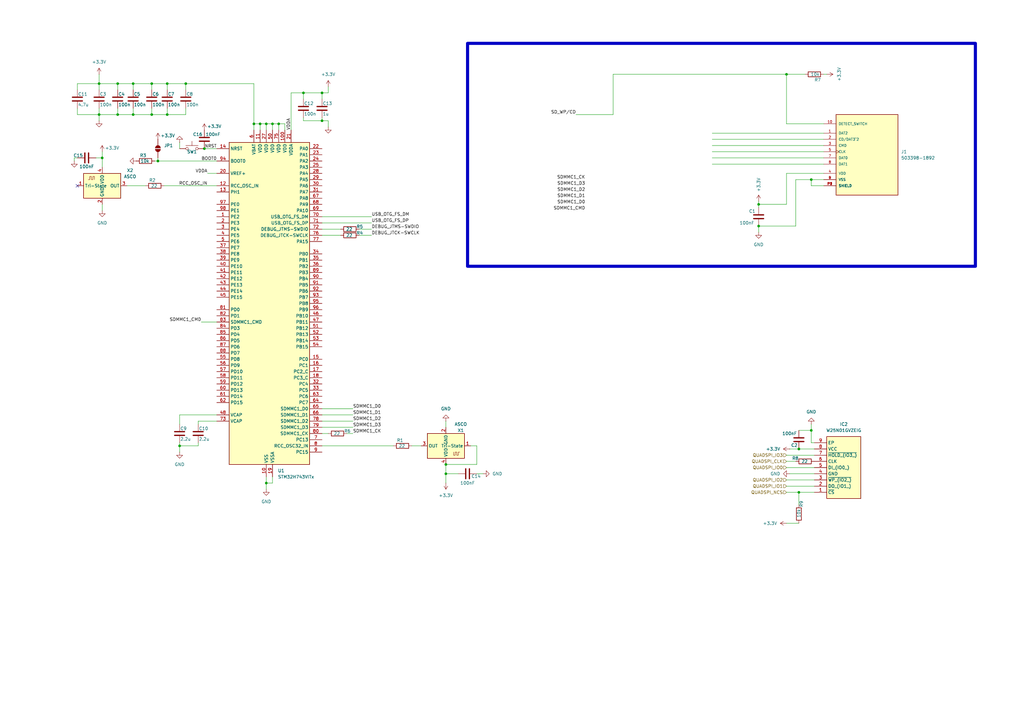
<source format=kicad_sch>
(kicad_sch (version 20231120) (generator "eeschema") (generator_version "8.0")
  (paper "A3")
  (lib_symbols
    (symbol "503398-1892:503398-1892" (pin_names (offset 1.016))
      (property "Reference" "J1" (at 13.97 0.0001 0))
      (property "Value" "503398-1892" (at 13.97 -2.5399 0))
      (symbol "503398-1892_0_0"
        (rectangle (start -12.7 15.24) (end 12.7 -17.78) (stroke (width 0.254)) (fill (type background)))
        (pin passive line (at -17.78 7.62 0) (length 5.08) (name "DAT2") (number "1"))
        (pin passive line (at -17.78 11.43 0) (length 5.08) (name "DETECT_SWITCH") (number "10"))
        (pin passive line (at -17.78 5.08 0) (length 5.08) (name "CD/DAT3^2") (number "2"))
        (pin passive line (at -17.78 2.54 0) (length 5.08) (name "CMD") (number "3"))
        (pin power_in line (at -17.78 -8.89 0) (length 5.08) (name "VDD") (number "4"))
        (pin passive clock (at -17.78 0 0) (length 5.08) (name "CLK") (number "5"))
        (pin power_in line (at -17.78 -11.43 0) (length 5.08) (name "VSS") (number "6"))
        (pin passive line (at -17.78 -2.54 0) (length 5.08) (name "DAT0") (number "7"))
        (pin passive line (at -17.78 -5.08 0) (length 5.08) (name "DAT1") (number "8"))
        (pin power_in line (at -17.78 -11.43 0) (length 5.08) (name "VSS") (number "9"))
        (pin passive line (at -17.78 -13.97 0) (length 5.08) (name "SHIELD") (number "P1"))
        (pin passive line (at -17.78 -13.97 0) (length 5.08) (name "SHIELD") (number "P2"))
        (pin passive line (at -17.78 -13.97 0) (length 5.08) (name "SHIELD") (number "P3"))
        (pin passive line (at -17.78 -13.97 0) (length 5.08) (name "SHIELD") (number "P4"))
      )
    )
    (symbol "Device:C" (pin_numbers hide) (pin_names (offset 0.254))
      (property "Reference" "C" (at 0.635 2.54 0))
      (property "Value" "C" (at 0.635 -2.54 0))
      (symbol "C_0_1"
        (polyline (pts (xy -2.032 -0.762) (xy 2.032 -0.762)) (stroke (width 0.508)))
        (polyline (pts (xy -2.032 0.762) (xy 2.032 0.762)) (stroke (width 0.508)))
      )
      (symbol "C_1_1"
        (pin passive line (at 0 3.81 270) (length 2.794) (name "~") (number "1"))
        (pin passive line (at 0 -3.81 90) (length 2.794) (name "~") (number "2"))
      )
    )
    (symbol "Device:R" (pin_numbers hide) (pin_names (offset 0))
      (property "Reference" "R" (at 2.032 0 90))
      (property "Value" "R" (at 0 0 90))
      (symbol "R_0_1"
        (rectangle (start -1.016 -2.54) (end 1.016 2.54) (stroke (width 0.254)))
      )
      (symbol "R_1_1"
        (pin passive line (at 0 3.81 270) (length 1.27) (name "~") (number "1"))
        (pin passive line (at 0 -3.81 90) (length 1.27) (name "~") (number "2"))
      )
    )
    (symbol "Jumper:SolderJumper_2_Open" (pin_numbers hide) (pin_names (offset 0) hide) (exclude_from_sim yes) (in_bom no)
      (property "Reference" "JP" (at 0 2.032 0))
      (property "Value" "SolderJumper_2_Open" (at 0 -2.54 0))
      (symbol "SolderJumper_2_Open_0_1"
        (arc (start -0.254 1.016) (mid -1.2656 0) (end -0.254 -1.016))
        (arc (start -0.254 1.016) (mid -1.2656 0) (end -0.254 -1.016) (fill (type outline)))
        (polyline (pts (xy -0.254 1.016) (xy -0.254 -1.016)))
        (polyline (pts (xy 0.254 1.016) (xy 0.254 -1.016)))
        (arc (start 0.254 -1.016) (mid 1.2656 0) (end 0.254 1.016))
        (arc (start 0.254 -1.016) (mid 1.2656 0) (end 0.254 1.016) (fill (type outline)))
      )
      (symbol "SolderJumper_2_Open_1_1"
        (pin passive line (at -3.81 0 0) (length 2.54) (name "A") (number "1"))
        (pin passive line (at 3.81 0 180) (length 2.54) (name "B") (number "2"))
      )
    )
    (symbol "MCU_ST_STM32H7:STM32H743VITx"
      (property "Reference" "U" (at -15.24 67.31 0))
      (property "Value" "STM32H743VITx" (at 12.7 67.31 0))
      (symbol "STM32H743VITx_0_1"
        (rectangle (start -15.24 -66.04) (end 17.78 66.04) (stroke (width 0.254)) (fill (type background)))
      )
      (symbol "STM32H743VITx_1_1"
        (pin bidirectional line (at -20.32 35.56 0) (length 5.08) (name "PE2") (number "1"))
        (pin power_in line (at 0 -71.12 90) (length 5.08) (name "VSS") (number "10"))
        (pin power_in line (at 7.62 71.12 270) (length 5.08) (name "VDD") (number "100"))
        (pin power_in line (at -2.54 71.12 270) (length 5.08) (name "VDD") (number "11"))
        (pin bidirectional line (at -20.32 48.26 0) (length 5.08) (name "PH0") (number "12") (alternate "RCC_OSC_IN" bidirectional line))
        (pin bidirectional line (at -20.32 45.72 0) (length 5.08) (name "PH1") (number "13"))
        (pin input line (at -20.32 63.5 0) (length 5.08) (name "NRST") (number "14"))
        (pin bidirectional line (at 22.86 -22.86 180) (length 5.08) (name "PC0") (number "15"))
        (pin bidirectional line (at 22.86 -25.4 180) (length 5.08) (name "PC1") (number "16"))
        (pin bidirectional line (at 22.86 -27.94 180) (length 5.08) (name "PC2_C") (number "17"))
        (pin bidirectional line (at 22.86 -30.48 180) (length 5.08) (name "PC3_C") (number "18"))
        (pin power_in line (at 2.54 -71.12 90) (length 5.08) (name "VSSA") (number "19"))
        (pin bidirectional line (at -20.32 33.02 0) (length 5.08) (name "PE3") (number "2"))
        (pin input line (at -20.32 53.34 0) (length 5.08) (name "VREF+") (number "20"))
        (pin power_in line (at 10.16 71.12 270) (length 5.08) (name "VDDA") (number "21"))
        (pin bidirectional line (at 22.86 63.5 180) (length 5.08) (name "PA0") (number "22"))
        (pin bidirectional line (at 22.86 60.96 180) (length 5.08) (name "PA1") (number "23"))
        (pin bidirectional line (at 22.86 58.42 180) (length 5.08) (name "PA2") (number "24"))
        (pin bidirectional line (at 22.86 55.88 180) (length 5.08) (name "PA3") (number "25"))
        (pin passive line (at 0 -71.12 90) (length 5.08) hide (name "VSS") (number "26"))
        (pin power_in line (at 0 71.12 270) (length 5.08) (name "VDD") (number "27"))
        (pin bidirectional line (at 22.86 53.34 180) (length 5.08) (name "PA4") (number "28"))
        (pin bidirectional line (at 22.86 50.8 180) (length 5.08) (name "PA5") (number "29"))
        (pin bidirectional line (at -20.32 30.48 0) (length 5.08) (name "PE4") (number "3"))
        (pin bidirectional line (at 22.86 48.26 180) (length 5.08) (name "PA6") (number "30"))
        (pin bidirectional line (at 22.86 45.72 180) (length 5.08) (name "PA7") (number "31"))
        (pin bidirectional line (at 22.86 -33.02 180) (length 5.08) (name "PC4") (number "32"))
        (pin bidirectional line (at 22.86 -35.56 180) (length 5.08) (name "PC5") (number "33"))
        (pin bidirectional line (at 22.86 20.32 180) (length 5.08) (name "PB0") (number "34"))
        (pin bidirectional line (at 22.86 17.78 180) (length 5.08) (name "PB1") (number "35"))
        (pin bidirectional line (at 22.86 15.24 180) (length 5.08) (name "PB2") (number "36"))
        (pin bidirectional line (at -20.32 22.86 0) (length 5.08) (name "PE7") (number "37"))
        (pin bidirectional line (at -20.32 20.32 0) (length 5.08) (name "PE8") (number "38"))
        (pin bidirectional line (at -20.32 17.78 0) (length 5.08) (name "PE9") (number "39"))
        (pin bidirectional line (at -20.32 27.94 0) (length 5.08) (name "PE5") (number "4"))
        (pin bidirectional line (at -20.32 15.24 0) (length 5.08) (name "PE10") (number "40"))
        (pin bidirectional line (at -20.32 12.7 0) (length 5.08) (name "PE11") (number "41"))
        (pin bidirectional line (at -20.32 10.16 0) (length 5.08) (name "PE12") (number "42"))
        (pin bidirectional line (at -20.32 7.62 0) (length 5.08) (name "PE13") (number "43"))
        (pin bidirectional line (at -20.32 5.08 0) (length 5.08) (name "PE14") (number "44"))
        (pin bidirectional line (at -20.32 2.54 0) (length 5.08) (name "PE15") (number "45"))
        (pin bidirectional line (at 22.86 -5.08 180) (length 5.08) (name "PB10") (number "46"))
        (pin bidirectional line (at 22.86 -7.62 180) (length 5.08) (name "PB11") (number "47"))
        (pin power_out line (at -20.32 -45.72 0) (length 5.08) (name "VCAP") (number "48"))
        (pin passive line (at 0 -71.12 90) (length 5.08) hide (name "VSS") (number "49"))
        (pin bidirectional line (at -20.32 25.4 0) (length 5.08) (name "PE6") (number "5"))
        (pin power_in line (at 2.54 71.12 270) (length 5.08) (name "VDD") (number "50"))
        (pin bidirectional line (at 22.86 -10.16 180) (length 5.08) (name "PB12") (number "51"))
        (pin bidirectional line (at 22.86 -12.7 180) (length 5.08) (name "PB13") (number "52"))
        (pin bidirectional line (at 22.86 -15.24 180) (length 5.08) (name "PB14") (number "53"))
        (pin bidirectional line (at 22.86 -17.78 180) (length 5.08) (name "PB15") (number "54"))
        (pin bidirectional line (at -20.32 -22.86 0) (length 5.08) (name "PD8") (number "55"))
        (pin bidirectional line (at -20.32 -25.4 0) (length 5.08) (name "PD9") (number "56"))
        (pin bidirectional line (at -20.32 -27.94 0) (length 5.08) (name "PD10") (number "57"))
        (pin bidirectional line (at -20.32 -30.48 0) (length 5.08) (name "PD11") (number "58"))
        (pin bidirectional line (at -20.32 -33.02 0) (length 5.08) (name "PD12") (number "59"))
        (pin power_in line (at -5.08 71.12 270) (length 5.08) (name "VBAT") (number "6"))
        (pin bidirectional line (at -20.32 -35.56 0) (length 5.08) (name "PD13") (number "60"))
        (pin bidirectional line (at -20.32 -38.1 0) (length 5.08) (name "PD14") (number "61"))
        (pin bidirectional line (at -20.32 -40.64 0) (length 5.08) (name "PD15") (number "62"))
        (pin bidirectional line (at 22.86 -38.1 180) (length 5.08) (name "PC6") (number "63"))
        (pin bidirectional line (at 22.86 -40.64 180) (length 5.08) (name "PC7") (number "64"))
        (pin bidirectional line (at 22.86 -43.18 180) (length 5.08) (name "PC8") (number "65") (alternate "SDMMC1_D0" bidirectional line))
        (pin bidirectional line (at 22.86 -45.72 180) (length 5.08) (name "PC9") (number "66") (alternate "SDMMC1_D1" bidirectional line))
        (pin bidirectional line (at 22.86 43.18 180) (length 5.08) (name "PA8") (number "67"))
        (pin bidirectional line (at 22.86 40.64 180) (length 5.08) (name "PA9") (number "68"))
        (pin bidirectional line (at 22.86 38.1 180) (length 5.08) (name "PA10") (number "69"))
        (pin bidirectional line (at 22.86 -55.88 180) (length 5.08) (name "PC13") (number "7"))
        (pin bidirectional line (at 22.86 35.56 180) (length 5.08) (name "PA11") (number "70") (alternate "USB_OTG_FS_DM" bidirectional line))
        (pin bidirectional line (at 22.86 33.02 180) (length 5.08) (name "PA12") (number "71") (alternate "USB_OTG_FS_DP" bidirectional line))
        (pin bidirectional line (at 22.86 30.48 180) (length 5.08) (name "PA13") (number "72") (alternate "DEBUG_JTMS-SWDIO" bidirectional line))
        (pin power_out line (at -20.32 -48.26 0) (length 5.08) (name "VCAP") (number "73"))
        (pin passive line (at 0 -71.12 90) (length 5.08) hide (name "VSS") (number "74"))
        (pin power_in line (at 5.08 71.12 270) (length 5.08) (name "VDD") (number "75"))
        (pin bidirectional line (at 22.86 27.94 180) (length 5.08) (name "PA14") (number "76") (alternate "DEBUG_JTCK-SWCLK" bidirectional line))
        (pin bidirectional line (at 22.86 25.4 180) (length 5.08) (name "PA15") (number "77"))
        (pin bidirectional line (at 22.86 -48.26 180) (length 5.08) (name "PC10") (number "78") (alternate "SDMMC1_D2" bidirectional line))
        (pin bidirectional line (at 22.86 -50.8 180) (length 5.08) (name "PC11") (number "79") (alternate "SDMMC1_D3" bidirectional line))
        (pin bidirectional line (at 22.86 -58.42 180) (length 5.08) (name "PC14") (number "8") (alternate "RCC_OSC32_IN" bidirectional line))
        (pin bidirectional line (at 22.86 -53.34 180) (length 5.08) (name "PC12") (number "80") (alternate "SDMMC1_CK" bidirectional line))
        (pin bidirectional line (at -20.32 -2.54 0) (length 5.08) (name "PD0") (number "81"))
        (pin bidirectional line (at -20.32 -5.08 0) (length 5.08) (name "PD1") (number "82"))
        (pin bidirectional line (at -20.32 -7.62 0) (length 5.08) (name "PD2") (number "83") (alternate "SDMMC1_CMD" bidirectional line))
        (pin bidirectional line (at -20.32 -10.16 0) (length 5.08) (name "PD3") (number "84"))
        (pin bidirectional line (at -20.32 -12.7 0) (length 5.08) (name "PD4") (number "85"))
        (pin bidirectional line (at -20.32 -15.24 0) (length 5.08) (name "PD5") (number "86"))
        (pin bidirectional line (at -20.32 -17.78 0) (length 5.08) (name "PD6") (number "87"))
        (pin bidirectional line (at -20.32 -20.32 0) (length 5.08) (name "PD7") (number "88"))
        (pin bidirectional line (at 22.86 12.7 180) (length 5.08) (name "PB3") (number "89"))
        (pin bidirectional line (at 22.86 -60.96 180) (length 5.08) (name "PC15") (number "9"))
        (pin bidirectional line (at 22.86 10.16 180) (length 5.08) (name "PB4") (number "90"))
        (pin bidirectional line (at 22.86 7.62 180) (length 5.08) (name "PB5") (number "91"))
        (pin bidirectional line (at 22.86 5.08 180) (length 5.08) (name "PB6") (number "92"))
        (pin bidirectional line (at 22.86 2.54 180) (length 5.08) (name "PB7") (number "93"))
        (pin input line (at -20.32 58.42 0) (length 5.08) (name "BOOT0") (number "94"))
        (pin bidirectional line (at 22.86 0 180) (length 5.08) (name "PB8") (number "95"))
        (pin bidirectional line (at 22.86 -2.54 180) (length 5.08) (name "PB9") (number "96"))
        (pin bidirectional line (at -20.32 40.64 0) (length 5.08) (name "PE0") (number "97"))
        (pin bidirectional line (at -20.32 38.1 0) (length 5.08) (name "PE1") (number "98"))
        (pin passive line (at 0 -71.12 90) (length 5.08) hide (name "VSS") (number "99"))
      )
    )
    (symbol "Oscillator:ASCO"
      (property "Reference" "X" (at -7.62 6.35 0))
      (property "Value" "ASCO" (at 1.27 -6.35 0))
      (symbol "ASCO_0_1"
        (rectangle (start -7.62 5.08) (end 7.62 -5.08) (stroke (width 0.254)) (fill (type background)))
        (polyline (pts (xy -5.715 2.54) (xy -5.08 2.54) (xy -5.08 3.81) (xy -4.445 3.81) (xy -4.445 2.54) (xy -3.81 2.54) (xy -3.81 3.81) (xy -3.175 3.81) (xy -3.175 2.54)))
      )
      (symbol "ASCO_1_1"
        (pin input line (at -10.16 0 0) (length 2.54) (name "Tri-State") (number "1"))
        (pin power_in line (at 0 -7.62 90) (length 2.54) (name "GND") (number "2"))
        (pin output line (at 10.16 0 180) (length 2.54) (name "OUT") (number "3"))
        (pin power_in line (at 0 7.62 270) (length 2.54) (name "VDD") (number "4"))
      )
    )
    (symbol "Switch:SW_Omron_B3FS" (pin_numbers hide) (pin_names (offset 1.016) hide)
      (property "Reference" "SW" (at 1.27 2.54 0))
      (property "Value" "SW_Omron_B3FS" (at 0 -1.524 0))
      (symbol "SW_Omron_B3FS_0_1"
        (circle (center -2.032 0) (radius 0.508))
        (polyline (pts (xy 0 1.27) (xy 0 3.048)))
        (polyline (pts (xy 2.54 1.27) (xy -2.54 1.27)))
        (circle (center 2.032 0) (radius 0.508))
        (pin passive line (at -5.08 0 0) (length 2.54) (name "1") (number "1"))
        (pin passive line (at 5.08 0 180) (length 2.54) (name "2") (number "2"))
      )
    )
    (symbol "W25N01GVZEIG:W25N01GVZEIG"
      (property "Reference" "IC2" (at 12.446 7.366 0))
      (property "Value" "W25N01GVZEIG" (at 12.446 4.826 0))
      (symbol "W25N01GVZEIG_1_1"
        (rectangle (start 5.08 2.54) (end 19.05 -22.86) (stroke (width 0.254)) (fill (type background)))
        (pin passive line (at 0 0 0) (length 5.08) (name "~{CS}") (number "1"))
        (pin passive line (at 0 -2.54 0) (length 5.08) (name "DO_(IO1_)") (number "2"))
        (pin passive line (at 0 -5.08 0) (length 5.08) (name "~{WP_(IO2_)}") (number "3"))
        (pin passive line (at 0 -7.62 0) (length 5.08) (name "GND") (number "4"))
        (pin passive line (at 0 -10.16 0) (length 5.08) (name "DI_(IO0_)") (number "5"))
        (pin passive line (at 0 -12.7 0) (length 5.08) (name "CLK") (number "6"))
        (pin passive line (at 0 -15.24 0) (length 5.08) (name "~{HOLD_(IO3_)}") (number "7"))
        (pin passive line (at 0 -17.78 0) (length 5.08) (name "VCC") (number "8"))
        (pin passive line (at 0 -20.32 0) (length 5.08) (name "EP") (number "9"))
      )
    )
    (symbol "power:+3.3V" (power) (pin_numbers hide) (pin_names (offset 0) hide)
      (property "Value" "+3.3V" (at 0 3.556 0))
      (symbol "+3.3V_0_1"
        (polyline (pts (xy -0.762 1.27) (xy 0 2.54)))
        (polyline (pts (xy 0 0) (xy 0 2.54)))
        (polyline (pts (xy 0 2.54) (xy 0.762 1.27)))
      )
      (symbol "+3.3V_1_1"
        (pin power_in line (at 0 0 90) (length 0) (name "~") (number "1"))
      )
    )
    (symbol "power:GND" (power) (pin_numbers hide) (pin_names (offset 0) hide)
      (property "Value" "GND" (at 0 -3.81 0))
      (symbol "GND_0_1"
        (polyline (pts (xy 0 0) (xy 0 -1.27) (xy 1.27 -1.27) (xy 0 -2.54) (xy -1.27 -1.27) (xy 0 -1.27)))
      )
      (symbol "GND_1_1"
        (pin power_in line (at 0 0 270) (length 0) (name "~") (number "1"))
      )
    )
  )
  (junction (at 311.15 83.82))
  (junction (at 111.76 50.8))
  (junction (at 182.88 194.31))
  (junction (at 62.23 46.99))
  (junction (at 132.08 38.1))
  (junction (at 104.14 50.8))
  (junction (at 332.74 73.66))
  (junction (at 332.74 176.53))
  (junction (at 54.61 46.99))
  (junction (at 48.26 46.99))
  (junction (at 62.23 34.29))
  (junction (at 64.77 66.04))
  (junction (at 54.61 34.29))
  (junction (at 40.64 34.29))
  (junction (at 41.91 64.77))
  (junction (at 114.3 50.8))
  (junction (at 109.22 198.12))
  (junction (at 76.2 34.29))
  (junction (at 68.58 34.29))
  (junction (at 327.66 184.15))
  (junction (at 73.66 182.88))
  (junction (at 106.68 50.8))
  (junction (at 109.22 50.8))
  (junction (at 322.58 30.48))
  (junction (at 132.08 49.53))
  (junction (at 124.46 38.1))
  (junction (at 83.82 60.96))
  (junction (at 327.66 201.93))
  (junction (at 68.58 46.99))
  (junction (at 182.88 190.5))
  (junction (at 40.64 46.99))
  (junction (at 48.26 34.29))
  (junction (at 311.15 92.71))
  (no_connect (at 31.75 76.2))
  (wire (pts (xy 73.66 182.88) (xy 73.66 185.42)))
  (wire (pts (xy 132.08 38.1) (xy 132.08 40.64)))
  (wire (pts (xy 327.66 201.93) (xy 334.01 201.93)))
  (wire (pts (xy 48.26 44.45) (xy 48.26 46.99)))
  (wire (pts (xy 48.26 34.29) (xy 54.61 34.29)))
  (wire (pts (xy 195.58 190.5) (xy 182.88 190.5)))
  (wire (pts (xy 132.08 48.26) (xy 132.08 49.53)))
  (wire (pts (xy 311.15 85.09) (xy 311.15 83.82)))
  (wire (pts (xy 40.64 46.99) (xy 40.64 49.53)))
  (wire (pts (xy 144.78 172.72) (xy 132.08 172.72)))
  (wire (pts (xy 109.22 195.58) (xy 109.22 198.12)))
  (wire (pts (xy 327.66 201.93) (xy 327.66 207.01)))
  (wire (pts (xy 327.66 184.15) (xy 323.85 184.15)))
  (wire (pts (xy 39.37 64.77) (xy 41.91 64.77)))
  (wire (pts (xy 88.9 60.96) (xy 83.82 60.96)))
  (wire (pts (xy 109.22 198.12) (xy 109.22 200.66)))
  (wire (pts (xy 332.74 176.53) (xy 327.66 176.53)))
  (wire (pts (xy 30.48 64.77) (xy 31.75 64.77)))
  (wire (pts (xy 116.84 53.34) (xy 116.84 50.8)))
  (wire (pts (xy 111.76 50.8) (xy 111.76 53.34)))
  (wire (pts (xy 323.85 194.31) (xy 334.01 194.31)))
  (wire (pts (xy 68.58 34.29) (xy 76.2 34.29)))
  (wire (pts (xy 48.26 34.29) (xy 48.26 36.83)))
  (wire (pts (xy 292.1 57.15) (xy 337.82 57.15)))
  (wire (pts (xy 152.4 93.98) (xy 147.32 93.98)))
  (wire (pts (xy 106.68 53.34) (xy 106.68 50.8)))
  (wire (pts (xy 322.58 196.85) (xy 334.01 196.85)))
  (wire (pts (xy 322.58 186.69) (xy 334.01 186.69)))
  (wire (pts (xy 337.82 73.66) (xy 332.74 73.66)))
  (wire (pts (xy 337.82 50.8) (xy 322.58 50.8)))
  (wire (pts (xy 182.88 194.31) (xy 182.88 190.5)))
  (wire (pts (xy 144.78 170.18) (xy 132.08 170.18)))
  (wire (pts (xy 85.09 71.12) (xy 88.9 71.12)))
  (wire (pts (xy 73.66 181.61) (xy 73.66 182.88)))
  (wire (pts (xy 41.91 62.23) (xy 41.91 64.77)))
  (wire (pts (xy 124.46 38.1) (xy 132.08 38.1)))
  (wire (pts (xy 332.74 73.66) (xy 326.39 73.66)))
  (wire (pts (xy 31.75 46.99) (xy 40.64 46.99)))
  (wire (pts (xy 104.14 53.34) (xy 104.14 50.8)))
  (wire (pts (xy 195.58 182.88) (xy 195.58 190.5)))
  (wire (pts (xy 292.1 64.77) (xy 337.82 64.77)))
  (wire (pts (xy 62.23 34.29) (xy 68.58 34.29)))
  (wire (pts (xy 337.82 30.48) (xy 339.09 30.48)))
  (wire (pts (xy 40.64 34.29) (xy 48.26 34.29)))
  (wire (pts (xy 64.77 66.04) (xy 88.9 66.04)))
  (wire (pts (xy 292.1 67.31) (xy 337.82 67.31)))
  (wire (pts (xy 337.82 71.12) (xy 322.58 71.12)))
  (wire (pts (xy 67.31 76.2) (xy 88.9 76.2)))
  (wire (pts (xy 337.82 76.2) (xy 332.74 76.2)))
  (wire (pts (xy 41.91 83.82) (xy 41.91 86.36)))
  (wire (pts (xy 124.46 40.64) (xy 124.46 38.1)))
  (wire (pts (xy 124.46 49.53) (xy 132.08 49.53)))
  (wire (pts (xy 119.38 38.1) (xy 124.46 38.1)))
  (wire (pts (xy 198.12 194.31) (xy 195.58 194.31)))
  (wire (pts (xy 332.74 181.61) (xy 332.74 176.53)))
  (wire (pts (xy 124.46 48.26) (xy 124.46 49.53)))
  (wire (pts (xy 40.64 34.29) (xy 40.64 30.48)))
  (wire (pts (xy 73.66 170.18) (xy 73.66 173.99)))
  (wire (pts (xy 182.88 194.31) (xy 182.88 198.12)))
  (wire (pts (xy 144.78 177.8) (xy 142.24 177.8)))
  (wire (pts (xy 68.58 44.45) (xy 68.58 46.99)))
  (wire (pts (xy 54.61 44.45) (xy 54.61 46.99)))
  (wire (pts (xy 139.7 93.98) (xy 132.08 93.98)))
  (wire (pts (xy 187.96 194.31) (xy 182.88 194.31)))
  (wire (pts (xy 326.39 73.66) (xy 326.39 92.71)))
  (wire (pts (xy 322.58 189.23) (xy 326.39 189.23)))
  (wire (pts (xy 152.4 96.52) (xy 147.32 96.52)))
  (wire (pts (xy 64.77 66.04) (xy 64.77 64.77)))
  (wire (pts (xy 106.68 50.8) (xy 104.14 50.8)))
  (wire (pts (xy 62.23 44.45) (xy 62.23 46.99)))
  (wire (pts (xy 322.58 71.12) (xy 322.58 83.82)))
  (wire (pts (xy 41.91 64.77) (xy 41.91 68.58)))
  (wire (pts (xy 322.58 83.82) (xy 311.15 83.82)))
  (wire (pts (xy 292.1 62.23) (xy 337.82 62.23)))
  (wire (pts (xy 322.58 201.93) (xy 327.66 201.93)))
  (wire (pts (xy 111.76 50.8) (xy 109.22 50.8)))
  (wire (pts (xy 109.22 50.8) (xy 106.68 50.8)))
  (wire (pts (xy 134.62 35.56) (xy 134.62 38.1)))
  (wire (pts (xy 116.84 50.8) (xy 114.3 50.8)))
  (wire (pts (xy 292.1 54.61) (xy 337.82 54.61)))
  (wire (pts (xy 63.5 66.04) (xy 64.77 66.04)))
  (wire (pts (xy 322.58 30.48) (xy 330.2 30.48)))
  (wire (pts (xy 52.07 76.2) (xy 59.69 76.2)))
  (wire (pts (xy 68.58 34.29) (xy 68.58 36.83)))
  (wire (pts (xy 76.2 34.29) (xy 104.14 34.29)))
  (wire (pts (xy 168.91 182.88) (xy 172.72 182.88)))
  (wire (pts (xy 40.64 36.83) (xy 40.64 34.29)))
  (wire (pts (xy 144.78 167.64) (xy 132.08 167.64)))
  (wire (pts (xy 40.64 46.99) (xy 48.26 46.99)))
  (wire (pts (xy 332.74 176.53) (xy 332.74 173.99)))
  (wire (pts (xy 334.01 181.61) (xy 332.74 181.61)))
  (wire (pts (xy 311.15 83.82) (xy 311.15 82.55)))
  (wire (pts (xy 68.58 46.99) (xy 62.23 46.99)))
  (wire (pts (xy 152.4 88.9) (xy 132.08 88.9)))
  (wire (pts (xy 139.7 96.52) (xy 132.08 96.52)))
  (wire (pts (xy 76.2 46.99) (xy 68.58 46.99)))
  (wire (pts (xy 31.75 36.83) (xy 31.75 34.29)))
  (wire (pts (xy 54.61 34.29) (xy 54.61 36.83)))
  (wire (pts (xy 322.58 30.48) (xy 251.46 30.48)))
  (wire (pts (xy 322.58 199.39) (xy 334.01 199.39)))
  (wire (pts (xy 322.58 191.77) (xy 334.01 191.77)))
  (wire (pts (xy 311.15 95.25) (xy 311.15 92.71)))
  (wire (pts (xy 82.55 132.08) (xy 88.9 132.08)))
  (wire (pts (xy 152.4 91.44) (xy 132.08 91.44)))
  (wire (pts (xy 111.76 198.12) (xy 109.22 198.12)))
  (wire (pts (xy 76.2 34.29) (xy 76.2 36.83)))
  (wire (pts (xy 292.1 59.69) (xy 337.82 59.69)))
  (wire (pts (xy 326.39 92.71) (xy 311.15 92.71)))
  (wire (pts (xy 30.48 66.04) (xy 30.48 64.77)))
  (wire (pts (xy 88.9 170.18) (xy 73.66 170.18)))
  (wire (pts (xy 81.28 182.88) (xy 73.66 182.88)))
  (wire (pts (xy 144.78 175.26) (xy 132.08 175.26)))
  (wire (pts (xy 111.76 195.58) (xy 111.76 198.12)))
  (wire (pts (xy 54.61 46.99) (xy 48.26 46.99)))
  (wire (pts (xy 114.3 50.8) (xy 111.76 50.8)))
  (wire (pts (xy 81.28 181.61) (xy 81.28 182.88)))
  (wire (pts (xy 54.61 46.99) (xy 62.23 46.99)))
  (wire (pts (xy 76.2 44.45) (xy 76.2 46.99)))
  (wire (pts (xy 327.66 214.63) (xy 322.58 214.63)))
  (wire (pts (xy 109.22 50.8) (xy 109.22 53.34)))
  (wire (pts (xy 134.62 177.8) (xy 132.08 177.8)))
  (wire (pts (xy 161.29 182.88) (xy 132.08 182.88)))
  (wire (pts (xy 251.46 30.48) (xy 251.46 46.99)))
  (wire (pts (xy 31.75 44.45) (xy 31.75 46.99)))
  (wire (pts (xy 193.04 182.88) (xy 195.58 182.88)))
  (wire (pts (xy 62.23 34.29) (xy 62.23 36.83)))
  (wire (pts (xy 81.28 172.72) (xy 88.9 172.72)))
  (wire (pts (xy 119.38 53.34) (xy 119.38 38.1)))
  (wire (pts (xy 134.62 49.53) (xy 132.08 49.53)))
  (wire (pts (xy 134.62 52.07) (xy 134.62 49.53)))
  (wire (pts (xy 332.74 76.2) (xy 332.74 73.66)))
  (wire (pts (xy 40.64 44.45) (xy 40.64 46.99)))
  (wire (pts (xy 114.3 53.34) (xy 114.3 50.8)))
  (wire (pts (xy 327.66 184.15) (xy 334.01 184.15)))
  (wire (pts (xy 54.61 34.29) (xy 62.23 34.29)))
  (wire (pts (xy 182.88 175.26) (xy 182.88 172.72)))
  (wire (pts (xy 322.58 50.8) (xy 322.58 30.48)))
  (wire (pts (xy 134.62 38.1) (xy 132.08 38.1)))
  (wire (pts (xy 104.14 50.8) (xy 104.14 34.29)))
  (wire (pts (xy 31.75 34.29) (xy 40.64 34.29)))
  (wire (pts (xy 236.22 46.99) (xy 251.46 46.99)))
  (wire (pts (xy 81.28 173.99) (xy 81.28 172.72)))
  (wire (pts (xy 73.66 58.42) (xy 73.66 60.96)))
  (rectangle (start 191.77 17.78) (end 400.05 109.22) (stroke (width 1.27)))
  (label "SD_WP{slash}CD" (at 236.22 46.99 180))
  (label "BOOT0" (at 88.9 66.04 180))
  (label "SDMMC1_D0" (at 144.78 167.64 0))
  (label "USB_OTG_FS_DP" (at 152.4 91.44 0))
  (label "VDDA" (at 85.09 71.12 180))
  (label "VDDA" (at 119.38 53.34 90))
  (label "SDMMC1_D0" (at 240.03 83.82 180))
  (label "SDMMC1_D1" (at 240.03 81.28 180))
  (label "DEBUG_JTCK-SWCLK" (at 152.4 96.52 0))
  (label "SDMMC1_D1" (at 144.78 170.18 0))
  (label "SDMMC1_CK" (at 144.78 177.8 0))
  (label "SDMMC1_CK" (at 240.03 73.66 180))
  (label "SDMMC1_D3" (at 240.03 76.2 180))
  (label "SDMMC1_D2" (at 144.78 172.72 0))
  (label "SDMMC1_D3" (at 144.78 175.26 0))
  (label "SDMMC1_CMD" (at 82.55 132.08 180))
  (label "SDMMC1_D2" (at 240.03 78.74 180))
  (label "USB_OTG_FS_DM" (at 152.4 88.9 0))
  (label "DEBUG_JTMS-SWDIO" (at 152.4 93.98 0))
  (label "SDMMC1_CMD" (at 240.03 86.36 180))
  (label "RCC_OSC_IN" (at 85.09 76.2 180))
  (label "NRST" (at 88.9 60.96 180))
  (hierarchical_label "QUADSPI_IO0" (shape input) (at 322.58 191.77 180))
  (hierarchical_label "QUADSPI_IO2" (shape input) (at 322.58 196.85 180))
  (hierarchical_label "QUADSPI_NCS" (shape input) (at 322.58 201.93 180))
  (hierarchical_label "QUADSPI_CLK" (shape input) (at 322.58 189.23 180))
  (hierarchical_label "QUADSPI_IO1" (shape input) (at 322.58 199.39 180))
  (hierarchical_label "QUADSPI_IO3" (shape input) (at 322.58 186.69 180))
  (symbol (lib_id "power:GND") (at 40.64 49.53 0) (mirror y) (unit 1)
    (property "Reference" "#PWR01" (effects (hide yes)))
    (property "Value" "GND" (effects (hide yes)))
    (property "Description" "Power symbol creates a global label with name \"GND\" , ground" (effects (hide yes)))
  )
  (symbol (lib_id "Device:C") (at 40.64 40.64 0) (unit 1)
    (property "Reference" "C3" (at 40.894 38.608 0) (effects (justify left)))
    (property "Value" "100n" (at 40.894 42.926 0) (effects (justify left)))
    (property "Description" "Unpolarized capacitor" (effects (hide yes)))
  )
  (symbol (lib_id "Device:R") (at 143.51 96.52 90) (unit 1)
    (property "Reference" "R4" (at 147.574 95.504 90))
    (property "Value" "22" (at 143.256 96.52 90))
    (property "Footprint" "Resistor_SMD:R_0603_1608Metric_Pad0.98x0.95mm_HandSolder" (effects (hide yes)))
    (property "Description" "Resistor" (effects (hide yes)))
  )
  (symbol (lib_id "Device:R") (at 59.69 66.04 90) (unit 1)
    (property "Reference" "R3" (at 58.674 63.754 90))
    (property "Value" "10k" (at 59.436 66.04 90))
    (property "Footprint" "Resistor_SMD:R_0603_1608Metric_Pad0.98x0.95mm_HandSolder" (effects (hide yes)))
    (property "Description" "Resistor" (effects (hide yes)))
  )
  (symbol (lib_id "Device:C") (at 48.26 40.64 0) (unit 1)
    (property "Reference" "C4" (at 48.514 38.608 0) (effects (justify left)))
    (property "Value" "100n" (at 48.514 42.926 0) (effects (justify left)))
    (property "Description" "Unpolarized capacitor" (effects (hide yes)))
  )
  (symbol (lib_id "Device:R") (at 330.2 189.23 270) (mirror x) (unit 1)
    (property "Reference" "R8" (at 324.866 187.96 90) (effects (justify left)))
    (property "Value" "22" (at 328.676 189.23 90) (effects (justify left)))
    (property "Footprint" "Resistor_SMD:R_0603_1608Metric_Pad0.98x0.95mm_HandSolder" (effects (hide yes)))
    (property "Description" "Resistor" (effects (hide yes)))
  )
  (symbol (lib_id "Device:C") (at 311.15 88.9 0) (mirror y) (unit 1)
    (property "Reference" "C1" (at 309.88 86.614 0) (effects (justify left)))
    (property "Value" "100nF" (at 309.372 91.44 0) (effects (justify left)))
    (property "Footprint" "Capacitor_SMD:C_0603_1608Metric_Pad1.08x0.95mm_HandSolder" (effects (hide yes)))
    (property "Description" "Unpolarized capacitor" (effects (hide yes)))
  )
  (symbol (lib_id "Device:C") (at 54.61 40.64 0) (unit 1)
    (property "Reference" "C5" (at 54.864 38.608 0) (effects (justify left)))
    (property "Value" "100n" (at 54.864 42.926 0) (effects (justify left)))
    (property "Description" "Unpolarized capacitor" (effects (hide yes)))
  )
  (symbol (lib_id "Jumper:SolderJumper_2_Open") (at 64.77 60.96 270) (unit 1) (exclude_from_sim yes) (in_bom no)
    (property "Reference" "JP1" (at 67.31 59.6899 90) (effects (justify left)))
    (property "Value" "SolderJumper_2_Open" (effects (hide yes)))
    (property "Description" "Solder Jumper, 2-pole, open" (effects (hide yes)))
  )
  (symbol (lib_id "Device:C") (at 31.75 40.64 0) (unit 1)
    (property "Reference" "C11" (at 32.004 38.608 0) (effects (justify left)))
    (property "Value" "4.7u" (at 32.004 42.926 0) (effects (justify left)))
    (property "Description" "Unpolarized capacitor" (effects (hide yes)))
  )
  (symbol (lib_id "Oscillator:ASCO") (at 182.88 182.88 180) (unit 1)
    (property "Reference" "X1" (at 188.976 176.53 0))
    (property "Value" "ASCO" (at 188.976 173.99 0))
    (property "Footprint" "Oscillator:Oscillator_SMD_Abracon_ASCO-4Pin_1.6x1.2mm" (effects (hide yes)))
    (property "Datasheet" "https://abracon.com/Oscillators/ASCO.pdf" (effects (hide yes)))
    (property "Description" "Crystal Clock Oscillator, Abracon ASCO" (effects (hide yes)))
    (property "Link" "https://www.lcsc.com/product-detail/Temperature-Compensated-Crystal-Oscillators-TCXO_KDS-Daishinku-1XZA032768AD19_C213398.html" (effects (hide yes)))
  )
  (symbol (lib_id "MCU_ST_STM32H7:STM32H743VITx") (at 109.22 124.46 0) (unit 1)
    (property "Reference" "U1" (at 113.9541 193.04 0) (effects (justify left)))
    (property "Value" "STM32H743VITx" (at 113.9541 195.58 0) (effects (justify left)))
    (property "Footprint" "Package_QFP:LQFP-100_14x14mm_P0.5mm" (effects (hide yes)))
    (property "Datasheet" "https://www.st.com/resource/en/datasheet/stm32h743vi.pdf" (effects (hide yes)))
    (property "Description" "STMicroelectronics Arm Cortex-M7 MCU, 2048KB flash, 1024KB RAM, 480 MHz, 1.71-3.6V, 82 GPIO, LQFP100" (effects (hide yes)))
    (pin "12" (alternate "RCC_OSC_IN"))
    (pin "70" (alternate "USB_OTG_FS_DM"))
    (pin "65" (alternate "SDMMC1_D0"))
    (pin "66" (alternate "SDMMC1_D1"))
    (pin "72" (alternate "DEBUG_JTMS-SWDIO"))
    (pin "76" (alternate "DEBUG_JTCK-SWCLK"))
    (pin "78" (alternate "SDMMC1_D2"))
    (pin "79" (alternate "SDMMC1_D3"))
    (pin "8" (alternate "RCC_OSC32_IN"))
    (pin "80" (alternate "SDMMC1_CK"))
    (pin "71" (alternate "USB_OTG_FS_DP"))
    (pin "83" (alternate "SDMMC1_CMD"))
  )
  (symbol (lib_id "power:+3.3V") (at 83.82 53.34 0) (unit 1)
    (property "Reference" "#PWR024" (effects (hide yes)))
    (property "Value" "+3.3V" (at 87.884 51.816 0))
    (property "Description" "Power symbol creates a global label with name \"+3.3V\"" (effects (hide yes)))
  )
  (symbol (lib_id "power:GND") (at 73.66 185.42 0) (mirror y) (unit 1)
    (property "Reference" "#PWR013" (effects (hide yes)))
    (property "Value" "GND" (at 73.66 190.5 0))
    (property "Description" "Power symbol creates a global label with name \"GND\" , ground" (effects (hide yes)))
  )
  (symbol (lib_id "power:+3.3V") (at 322.58 214.63 90) (mirror x) (unit 1)
    (property "Reference" "#PWR010" (effects (hide yes)))
    (property "Value" "+3.3V" (at 318.77 214.6299 90) (effects (justify left)))
    (property "Description" "Power symbol creates a global label with name \"+3.3V\"" (effects (hide yes)))
  )
  (symbol (lib_id "Device:R") (at 334.01 30.48 270) (mirror x) (unit 1)
    (property "Reference" "R7" (at 334.01 32.766 90) (effects (justify left)))
    (property "Value" "10k" (at 332.486 30.48 90) (effects (justify left)))
    (property "Footprint" "Resistor_SMD:R_0603_1608Metric_Pad0.98x0.95mm_HandSolder" (effects (hide yes)))
    (property "Description" "Resistor" (effects (hide yes)))
  )
  (symbol (lib_id "power:GND") (at 134.62 52.07 0) (mirror y) (unit 1)
    (property "Reference" "#PWR015" (effects (hide yes)))
    (property "Value" "GND" (effects (hide yes)))
    (property "Description" "Power symbol creates a global label with name \"GND\" , ground" (effects (hide yes)))
  )
  (symbol (lib_id "power:GND") (at 332.74 173.99 0) (mirror x) (unit 1)
    (property "Reference" "#PWR07" (effects (hide yes)))
    (property "Value" "GND" (at 332.74 168.91 0))
    (property "Description" "Power symbol creates a global label with name \"GND\" , ground" (effects (hide yes)))
  )
  (symbol (lib_id "Device:R") (at 63.5 76.2 90) (unit 1)
    (property "Reference" "R2" (at 62.484 73.914 90))
    (property "Value" "22" (at 63.246 76.2 90))
    (property "Footprint" "Resistor_SMD:R_0603_1608Metric_Pad0.98x0.95mm_HandSolder" (effects (hide yes)))
    (property "Description" "Resistor" (effects (hide yes)))
  )
  (symbol (lib_id "power:GND") (at 109.22 200.66 0) (mirror y) (unit 1)
    (property "Reference" "#PWR03" (effects (hide yes)))
    (property "Value" "GND" (at 109.22 205.74 0))
    (property "Description" "Power symbol creates a global label with name \"GND\" , ground" (effects (hide yes)))
  )
  (symbol (lib_id "power:+3.3V") (at 339.09 30.48 270) (mirror x) (unit 1)
    (property "Reference" "#PWR06" (effects (hide yes)))
    (property "Value" "+3.3V" (at 344.17 30.48 0))
    (property "Description" "Power symbol creates a global label with name \"+3.3V\"" (effects (hide yes)))
  )
  (symbol (lib_id "Device:C") (at 68.58 40.64 0) (unit 1)
    (property "Reference" "C7" (at 68.834 38.608 0) (effects (justify left)))
    (property "Value" "100n" (at 68.834 42.926 0) (effects (justify left)))
    (property "Description" "Unpolarized capacitor" (effects (hide yes)))
  )
  (symbol (lib_id "Device:C") (at 327.66 180.34 0) (mirror x) (unit 1)
    (property "Reference" "C2" (at 327.152 182.626 0) (effects (justify right)))
    (property "Value" "100nF" (at 320.802 177.8 0) (effects (justify left)))
    (property "Footprint" "Capacitor_SMD:C_0603_1608Metric_Pad1.08x0.95mm_HandSolder" (effects (hide yes)))
    (property "Description" "Unpolarized capacitor" (effects (hide yes)))
  )
  (symbol (lib_id "Device:R") (at 165.1 182.88 90) (unit 1)
    (property "Reference" "R1" (at 164.084 180.594 90))
    (property "Value" "22" (at 164.846 182.88 90))
    (property "Footprint" "Resistor_SMD:R_0603_1608Metric_Pad0.98x0.95mm_HandSolder" (effects (hide yes)))
    (property "Description" "Resistor" (effects (hide yes)))
  )
  (symbol (lib_id "power:+3.3V") (at 64.77 57.15 0) (unit 1)
    (property "Reference" "#PWR023" (effects (hide yes)))
    (property "Value" "+3.3V" (at 68.834 55.626 0))
    (property "Description" "Power symbol creates a global label with name \"+3.3V\"" (effects (hide yes)))
  )
  (symbol (lib_id "Switch:SW_Omron_B3FS") (at 78.74 60.96 0) (unit 1)
    (property "Reference" "SW1" (at 78.74 62.23 0))
    (property "Value" "SW_Omron_B3FS" (effects (hide yes)))
    (property "Datasheet" "https://omronfs.omron.com/en_US/ecb/products/pdf/en-b3fs.pdf" (effects (hide yes)))
    (property "Description" "Omron B3FS 6x6mm single pole normally-open tactile switch" (effects (hide yes)))
  )
  (symbol (lib_id "Device:C") (at 191.77 194.31 270) (unit 1)
    (property "Reference" "C14" (at 193.294 195.326 90) (effects (justify left)))
    (property "Value" "100nF" (at 188.722 198.12 90) (effects (justify left)))
    (property "Footprint" "Capacitor_SMD:C_0603_1608Metric_Pad1.08x0.95mm_HandSolder" (effects (hide yes)))
    (property "Description" "Unpolarized capacitor" (effects (hide yes)))
  )
  (symbol (lib_id "W25N01GVZEIG:W25N01GVZEIG") (at 334.01 201.93 0) (mirror x) (unit 1)
    (property "Reference" "IC2" (at 346.075 173.99 0))
    (property "Value" "W25N01GVZEIG" (at 346.075 176.53 0))
    (property "Footprint" "Package_SON:WSON-8-1EP_6x5mm_P1.27mm_EP3.4x4.3mm" (effects (hide yes)))
    (property "Datasheet" "https://www.winbond.com/hq/search-resource-file.jsp?partNo=W25N01GVZEIG&type=datasheet" (effects (hide yes)))
    (property "Description" "1Gb QspiNAND Flash 104MHz SON8" (effects (hide yes)))
    (property "Height" "0.8" (effects (hide yes)))
    (property "Mouser Part Number" "454-W25N01GVZEIG" (effects (hide yes)))
    (property "Mouser Price/Stock" "https://www.mouser.co.uk/ProductDetail/Winbond/W25N01GVZEIG?qs=qSfuJ%252Bfl%2Fd6Vfx%252BkNMbzhw%3D%3D" (effects (hide yes)))
    (property "Manufacturer_Name" "Winbond" (effects (hide yes)))
    (property "Manufacturer_Part_Number" "W25N01GVZEIG" (effects (hide yes)))
  )
  (symbol (lib_id "Device:C") (at 35.56 64.77 90) (unit 1)
    (property "Reference" "C15" (at 34.036 63.754 90) (effects (justify left)))
    (property "Value" "100nF" (at 38.608 68.326 90) (effects (justify left)))
    (property "Footprint" "Capacitor_SMD:C_0603_1608Metric_Pad1.08x0.95mm_HandSolder" (effects (hide yes)))
    (property "Description" "Unpolarized capacitor" (effects (hide yes)))
  )
  (symbol (lib_id "power:+3.3V") (at 182.88 198.12 180) (unit 1)
    (property "Reference" "#PWR018" (effects (hide yes)))
    (property "Value" "+3.3V" (at 182.88 203.2 0))
    (property "Description" "Power symbol creates a global label with name \"+3.3V\"" (effects (hide yes)))
  )
  (symbol (lib_id "power:GND") (at 30.48 66.04 0) (mirror y) (unit 1)
    (property "Reference" "#PWR021" (effects (hide yes)))
    (property "Value" "GND" (effects (hide yes)))
    (property "Description" "Power symbol creates a global label with name \"GND\" , ground" (effects (hide yes)))
  )
  (symbol (lib_id "power:GND") (at 198.12 194.31 90) (mirror x) (unit 1)
    (property "Reference" "#PWR017" (effects (hide yes)))
    (property "Value" "GND" (at 201.93 194.3101 90) (effects (justify right)))
    (property "Description" "Power symbol creates a global label with name \"GND\" , ground" (effects (hide yes)))
  )
  (symbol (lib_id "power:GND") (at 311.15 95.25 0) (mirror y) (unit 1)
    (property "Reference" "#PWR04" (effects (hide yes)))
    (property "Value" "GND" (at 311.15 100.33 0))
    (property "Description" "Power symbol creates a global label with name \"GND\" , ground" (effects (hide yes)))
  )
  (symbol (lib_id "power:GND") (at 73.66 58.42 0) (mirror x) (unit 1)
    (property "Reference" "#PWR025" (effects (hide yes)))
    (property "Value" "GND" (effects (hide yes)))
    (property "Description" "Power symbol creates a global label with name \"GND\" , ground" (effects (hide yes)))
  )
  (symbol (lib_id "Device:C") (at 124.46 44.45 0) (unit 1)
    (property "Reference" "C12" (at 124.714 42.418 0) (effects (justify left)))
    (property "Value" "100n" (at 124.714 46.736 0) (effects (justify left)))
    (property "Description" "Unpolarized capacitor" (effects (hide yes)))
  )
  (symbol (lib_id "Device:R") (at 138.43 177.8 90) (unit 1)
    (property "Reference" "R6" (at 142.494 176.784 90))
    (property "Value" "22" (at 138.176 177.8 90))
    (property "Footprint" "Resistor_SMD:R_0603_1608Metric_Pad0.98x0.95mm_HandSolder" (effects (hide yes)))
    (property "Description" "Resistor" (effects (hide yes)))
  )
  (symbol (lib_id "Device:C") (at 73.66 177.8 0) (unit 1)
    (property "Reference" "C9" (at 73.914 175.768 0) (effects (justify left)))
    (property "Value" "2.2u" (at 73.914 180.086 0) (effects (justify left)))
    (property "Description" "Unpolarized capacitor" (effects (hide yes)))
  )
  (symbol (lib_id "power:GND") (at 41.91 86.36 0) (mirror y) (unit 1)
    (property "Reference" "#PWR022" (effects (hide yes)))
    (property "Value" "GND" (at 41.91 91.44 0))
    (property "Description" "Power symbol creates a global label with name \"GND\" , ground" (effects (hide yes)))
  )
  (symbol (lib_id "power:GND") (at 182.88 172.72 0) (mirror x) (unit 1)
    (property "Reference" "#PWR016" (effects (hide yes)))
    (property "Value" "GND" (at 182.88 167.64 0))
    (property "Description" "Power symbol creates a global label with name \"GND\" , ground" (effects (hide yes)))
  )
  (symbol (lib_id "power:+3.3V") (at 41.91 62.23 0) (unit 1)
    (property "Reference" "#PWR019" (effects (hide yes)))
    (property "Value" "+3.3V" (at 45.974 60.706 0))
    (property "Description" "Power symbol creates a global label with name \"+3.3V\"" (effects (hide yes)))
  )
  (symbol (lib_id "power:+3.3V") (at 40.64 30.48 0) (mirror y) (unit 1)
    (property "Reference" "#PWR02" (effects (hide yes)))
    (property "Value" "+3.3V" (at 40.64 25.4 0))
    (property "Description" "Power symbol creates a global label with name \"+3.3V\"" (effects (hide yes)))
  )
  (symbol (lib_id "Device:C") (at 132.08 44.45 0) (unit 1)
    (property "Reference" "C13" (at 132.334 42.418 0) (effects (justify left)))
    (property "Value" "1u" (at 132.334 46.736 0) (effects (justify left)))
    (property "Description" "Unpolarized capacitor" (effects (hide yes)))
  )
  (symbol (lib_id "Device:C") (at 81.28 177.8 0) (unit 1)
    (property "Reference" "C10" (at 81.534 175.768 0) (effects (justify left)))
    (property "Value" "2.2u" (at 81.534 180.086 0) (effects (justify left)))
    (property "Description" "Unpolarized capacitor" (effects (hide yes)))
  )
  (symbol (lib_id "power:+3.3V") (at 134.62 35.56 0) (mirror y) (unit 1)
    (property "Reference" "#PWR014" (effects (hide yes)))
    (property "Value" "+3.3V" (at 134.62 30.48 0))
    (property "Description" "Power symbol creates a global label with name \"+3.3V\"" (effects (hide yes)))
  )
  (symbol (lib_id "power:+3.3V") (at 311.15 82.55 0) (mirror y) (unit 1)
    (property "Reference" "#PWR05" (effects (hide yes)))
    (property "Value" "+3.3V" (at 311.1501 78.74 90) (effects (justify left)))
    (property "Description" "Power symbol creates a global label with name \"+3.3V\"" (effects (hide yes)))
  )
  (symbol (lib_id "Device:C") (at 62.23 40.64 0) (unit 1)
    (property "Reference" "C6" (at 62.484 38.608 0) (effects (justify left)))
    (property "Value" "100n" (at 62.484 42.926 0) (effects (justify left)))
    (property "Description" "Unpolarized capacitor" (effects (hide yes)))
  )
  (symbol (lib_id "Device:C") (at 83.82 57.15 180) (unit 1)
    (property "Reference" "C16" (at 83.058 55.118 0) (effects (justify left)))
    (property "Value" "100nF" (at 90.424 55.118 0) (effects (justify left)))
    (property "Footprint" "Capacitor_SMD:C_0603_1608Metric_Pad1.08x0.95mm_HandSolder" (effects (hide yes)))
    (property "Description" "Unpolarized capacitor" (effects (hide yes)))
  )
  (symbol (lib_id "Oscillator:ASCO") (at 41.91 76.2 0) (unit 1)
    (property "Reference" "X2" (at 53.34 69.8814 0))
    (property "Value" "ASCO" (at 53.34 72.4214 0))
    (property "Footprint" "Oscillator:Oscillator_SMD_Abracon_ASCO-4Pin_1.6x1.2mm" (effects (hide yes)))
    (property "Datasheet" "https://abracon.com/Oscillators/ASCO.pdf" (effects (hide yes)))
    (property "Description" "Crystal Clock Oscillator, Abracon ASCO" (effects (hide yes)))
    (property "Link" "https://www.lcsc.com/product-detail/Temperature-Compensated-Crystal-Oscillators-TCXO_Interquip-TC80E-25-000-DTAKA_C3003285.html" (effects (hide yes)))
  )
  (symbol (lib_id "503398-1892:503398-1892") (at 355.6 62.23 0) (unit 1)
    (property "Reference" "J1" (at 369.57 62.2299 0) (effects (justify left)))
    (property "Value" "503398-1892" (at 369.57 64.7699 0) (effects (justify left)))
    (property "Footprint" "503398-1892:MOLEX_503398-1892" (effects (hide yes)))
    (property "MF" "Molex" (effects (hide yes)))
    (property "Description_1" "\n                        \n                            9 (8 + 1) Position Card Connector Secure Digital - microSD™ Surface Mount, Right Angle Gold\n                        \n" (effects (hide yes)))
    (property "Package" "None" (effects (hide yes)))
    (property "Price" "None" (effects (hide yes)))
    (property "Check_prices" "https://www.snapeda.com/parts/5033981892/Molex/view-part/?ref=eda" (effects (hide yes)))
    (property "STANDARD" "MANUFACTURER RECOMMENDATIONS" (effects (hide yes)))
    (property "PARTREV" "0" (effects (hide yes)))
    (property "SnapEDA_Link" "https://www.snapeda.com/parts/5033981892/Molex/view-part/?ref=snap" (effects (hide yes)))
    (property "MP" "5033981892" (effects (hide yes)))
    (property "Availability" "In Stock" (effects (hide yes)))
    (property "MANUFACTURER" "molex" (effects (hide yes)))
  )
  (symbol (lib_id "power:+3.3V") (at 323.85 184.15 90) (mirror x) (unit 1)
    (property "Reference" "#PWR08" (effects (hide yes)))
    (property "Value" "+3.3V" (at 320.04 184.1499 90) (effects (justify left)))
    (property "Description" "Power symbol creates a global label with name \"+3.3V\"" (effects (hide yes)))
  )
  (symbol (lib_id "Device:R") (at 143.51 93.98 90) (unit 1)
    (property "Reference" "R5" (at 147.574 92.964 90))
    (property "Value" "22" (at 143.256 93.98 90))
    (property "Footprint" "Resistor_SMD:R_0603_1608Metric_Pad0.98x0.95mm_HandSolder" (effects (hide yes)))
    (property "Description" "Resistor" (effects (hide yes)))
  )
  (symbol (lib_id "Device:R") (at 327.66 210.82 0) (mirror y) (unit 1)
    (property "Reference" "R9" (at 328.676 208.026 90) (effects (justify left)))
    (property "Value" "10k" (at 327.66 212.344 90) (effects (justify left)))
    (property "Footprint" "Resistor_SMD:R_0603_1608Metric_Pad0.98x0.95mm_HandSolder" (effects (hide yes)))
    (property "Description" "Resistor" (effects (hide yes)))
  )
  (symbol (lib_id "Device:C") (at 76.2 40.64 0) (unit 1)
    (property "Reference" "C8" (at 76.454 38.608 0) (effects (justify left)))
    (property "Value" "100n" (at 76.454 42.926 0) (effects (justify left)))
    (property "Description" "Unpolarized capacitor" (effects (hide yes)))
  )
  (symbol (lib_id "power:GND") (at 55.88 66.04 270) (mirror x) (unit 1)
    (property "Reference" "#PWR020" (effects (hide yes)))
    (property "Value" "GND" (effects (hide yes)))
    (property "Description" "Power symbol creates a global label with name \"GND\" , ground" (effects (hide yes)))
  )
  (symbol (lib_id "power:GND") (at 323.85 194.31 270) (mirror x) (unit 1)
    (property "Reference" "#PWR09" (effects (hide yes)))
    (property "Value" "GND" (at 320.04 194.3099 90) (effects (justify right)))
    (property "Description" "Power symbol creates a global label with name \"GND\" , ground" (effects (hide yes)))
  )
)
</source>
